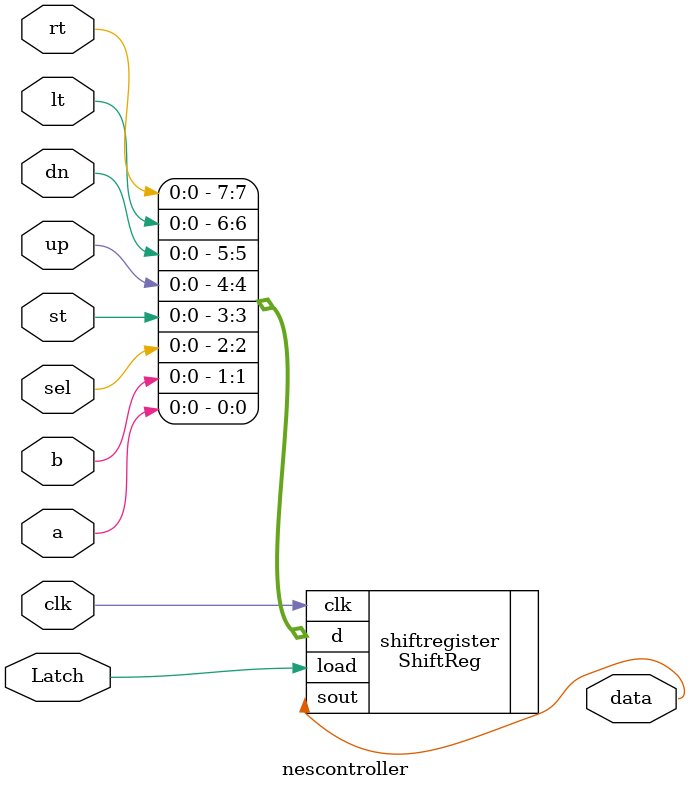
<source format=sv>
module nescontroller(input logic clk,
							input logic Latch,
							input logic a, b, up, dn, lt, rt, st, sel,
							output logic data);

	ShiftReg shiftregister(.clk(clk), .load(Latch), .d({rt, lt, dn, up, st, sel, b, a}), .sout(data));
				
endmodule
</source>
